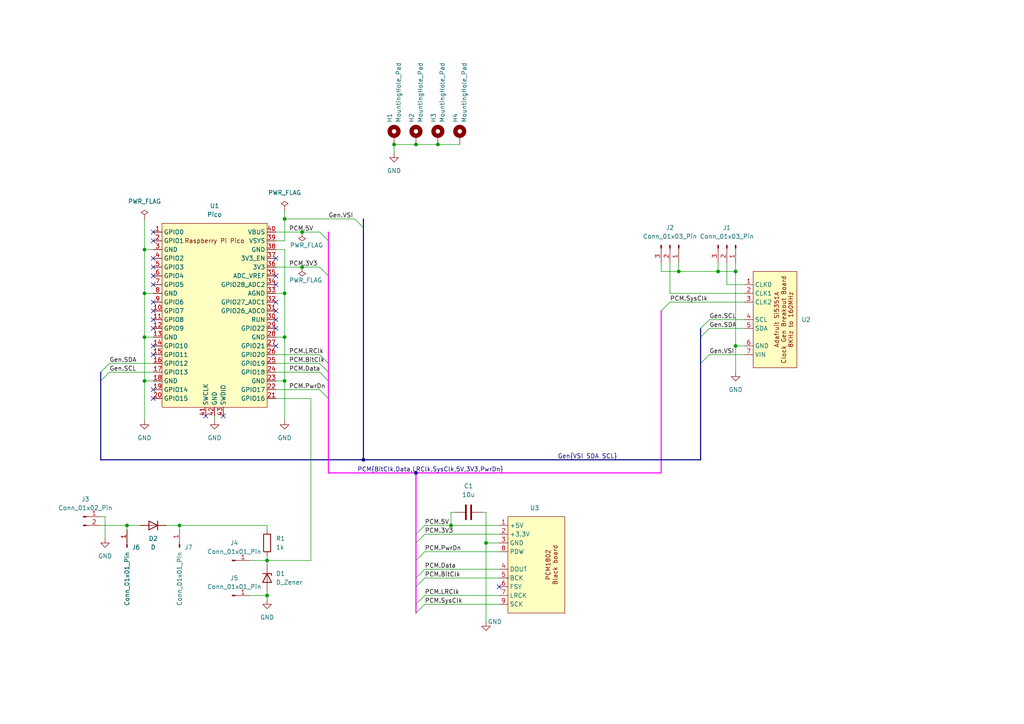
<source format=kicad_sch>
(kicad_sch (version 20230121) (generator eeschema)
  (paper "A4")
  (title_block (title "${proj-title}") (date "2023-09-10") (rev "${proj-version}") (company "${proj-author}") (comment 1 "${proj-license}"))
  (lib_symbols
    (symbol "Connector:Conn_01x01_Pin" (pin_names (offset 1.016) hide)
      (property "Reference" "J" (at 0 2.54 0))
      (property "Value" "Conn_01x01_Pin" (at 0 -2.54 0))
      (symbol "Conn_01x01_Pin_1_1"
        (polyline (pts (xy 1.27 0) (xy 0.8636 0)) (stroke (width 0.1524)))
        (rectangle (start 0.8636 0.127) (end 0 -0.127) (stroke (width 0.1524)) (fill (type outline)))
        (pin passive line (at 5.08 0 180) (length 3.81) (name "Pin_1") (number "1"))
      )
    )
    (symbol "Connector:Conn_01x02_Pin" (pin_names (offset 1.016) hide)
      (property "Reference" "J" (at 0 2.54 0))
      (property "Value" "Conn_01x02_Pin" (at 0 -5.08 0))
      (symbol "Conn_01x02_Pin_1_1"
        (polyline (pts (xy 1.27 -2.54) (xy 0.8636 -2.54)) (stroke (width 0.1524)))
        (polyline (pts (xy 1.27 0) (xy 0.8636 0)) (stroke (width 0.1524)))
        (rectangle (start 0.8636 -2.413) (end 0 -2.667) (stroke (width 0.1524)) (fill (type outline)))
        (rectangle (start 0.8636 0.127) (end 0 -0.127) (stroke (width 0.1524)) (fill (type outline)))
        (pin passive line (at 5.08 0 180) (length 3.81) (name "Pin_1") (number "1"))
        (pin passive line (at 5.08 -2.54 180) (length 3.81) (name "Pin_2") (number "2"))
      )
    )
    (symbol "Connector:Conn_01x03_Pin" (pin_names (offset 1.016) hide)
      (property "Reference" "J" (at 0 5.08 0))
      (property "Value" "Conn_01x03_Pin" (at 0 -5.08 0))
      (symbol "Conn_01x03_Pin_1_1"
        (polyline (pts (xy 1.27 -2.54) (xy 0.8636 -2.54)) (stroke (width 0.1524)))
        (polyline (pts (xy 1.27 0) (xy 0.8636 0)) (stroke (width 0.1524)))
        (polyline (pts (xy 1.27 2.54) (xy 0.8636 2.54)) (stroke (width 0.1524)))
        (rectangle (start 0.8636 -2.413) (end 0 -2.667) (stroke (width 0.1524)) (fill (type outline)))
        (rectangle (start 0.8636 0.127) (end 0 -0.127) (stroke (width 0.1524)) (fill (type outline)))
        (rectangle (start 0.8636 2.667) (end 0 2.413) (stroke (width 0.1524)) (fill (type outline)))
        (pin passive line (at 5.08 2.54 180) (length 3.81) (name "Pin_1") (number "1"))
        (pin passive line (at 5.08 0 180) (length 3.81) (name "Pin_2") (number "2"))
        (pin passive line (at 5.08 -2.54 180) (length 3.81) (name "Pin_3") (number "3"))
      )
    )
    (symbol "Device:C" (pin_numbers hide) (pin_names (offset 0.254))
      (property "Reference" "C" (at 0.635 2.54 0))
      (property "Value" "C" (at 0.635 -2.54 0))
      (symbol "C_0_1"
        (polyline (pts (xy -2.032 -0.762) (xy 2.032 -0.762)) (stroke (width 0.508)))
        (polyline (pts (xy -2.032 0.762) (xy 2.032 0.762)) (stroke (width 0.508)))
      )
      (symbol "C_1_1"
        (pin passive line (at 0 3.81 270) (length 2.794) (name "~") (number "1"))
        (pin passive line (at 0 -3.81 90) (length 2.794) (name "~") (number "2"))
      )
    )
    (symbol "Device:D" (pin_numbers hide) (pin_names (offset 1.016) hide)
      (property "Reference" "D" (at 0 2.54 0))
      (property "Value" "D" (at 0 -2.54 0))
      (symbol "D_0_1"
        (polyline (pts (xy -1.27 1.27) (xy -1.27 -1.27)) (stroke (width 0.254)))
        (polyline (pts (xy 1.27 0) (xy -1.27 0)))
        (polyline (pts (xy 1.27 1.27) (xy 1.27 -1.27) (xy -1.27 0) (xy 1.27 1.27)) (stroke (width 0.254)))
      )
      (symbol "D_1_1"
        (pin passive line (at -3.81 0 0) (length 2.54) (name "K") (number "1"))
        (pin passive line (at 3.81 0 180) (length 2.54) (name "A") (number "2"))
      )
    )
    (symbol "Device:D_Zener" (pin_numbers hide) (pin_names (offset 1.016) hide)
      (property "Reference" "D" (at 0 2.54 0))
      (property "Value" "D_Zener" (at 0 -2.54 0))
      (symbol "D_Zener_0_1"
        (polyline (pts (xy 1.27 0) (xy -1.27 0)))
        (polyline (pts (xy -1.27 -1.27) (xy -1.27 1.27) (xy -0.762 1.27)) (stroke (width 0.254)))
        (polyline (pts (xy 1.27 -1.27) (xy 1.27 1.27) (xy -1.27 0) (xy 1.27 -1.27)) (stroke (width 0.254)))
      )
      (symbol "D_Zener_1_1"
        (pin passive line (at -3.81 0 0) (length 2.54) (name "K") (number "1"))
        (pin passive line (at 3.81 0 180) (length 2.54) (name "A") (number "2"))
      )
    )
    (symbol "Device:R" (pin_numbers hide) (pin_names (offset 0))
      (property "Reference" "R" (at 2.032 0 90))
      (property "Value" "R" (at 0 0 90))
      (symbol "R_0_1"
        (rectangle (start -1.016 -2.54) (end 1.016 2.54) (stroke (width 0.254)))
      )
      (symbol "R_1_1"
        (pin passive line (at 0 3.81 270) (length 1.27) (name "~") (number "1"))
        (pin passive line (at 0 -3.81 90) (length 1.27) (name "~") (number "2"))
      )
    )
    (symbol "MCU_RaspberryPi_and_Boards:Pico"
      (property "Reference" "U" (at -13.97 27.94 0))
      (property "Value" "Pico" (at 0 19.05 0))
      (symbol "Pico_0_0"
        (text "Raspberry Pi Pico" (at 0 21.59 0) (effects (font (size 1.27 1.27))))
      )
      (symbol "Pico_0_1"
        (rectangle (start -15.24 26.67) (end 15.24 -26.67) (fill (type background)))
      )
      (symbol "Pico_1_1"
        (pin bidirectional line (at -17.78 24.13 0) (length 2.54) (name "GPIO0") (number "1"))
        (pin bidirectional line (at -17.78 1.27 0) (length 2.54) (name "GPIO7") (number "10"))
        (pin bidirectional line (at -17.78 -1.27 0) (length 2.54) (name "GPIO8") (number "11"))
        (pin bidirectional line (at -17.78 -3.81 0) (length 2.54) (name "GPIO9") (number "12"))
        (pin power_in line (at -17.78 -6.35 0) (length 2.54) (name "GND") (number "13"))
        (pin bidirectional line (at -17.78 -8.89 0) (length 2.54) (name "GPIO10") (number "14"))
        (pin bidirectional line (at -17.78 -11.43 0) (length 2.54) (name "GPIO11") (number "15"))
        (pin bidirectional line (at -17.78 -13.97 0) (length 2.54) (name "GPIO12") (number "16"))
        (pin bidirectional line (at -17.78 -16.51 0) (length 2.54) (name "GPIO13") (number "17"))
        (pin power_in line (at -17.78 -19.05 0) (length 2.54) (name "GND") (number "18"))
        (pin bidirectional line (at -17.78 -21.59 0) (length 2.54) (name "GPIO14") (number "19"))
        (pin bidirectional line (at -17.78 21.59 0) (length 2.54) (name "GPIO1") (number "2"))
        (pin bidirectional line (at -17.78 -24.13 0) (length 2.54) (name "GPIO15") (number "20"))
        (pin bidirectional line (at 17.78 -24.13 180) (length 2.54) (name "GPIO16") (number "21"))
        (pin bidirectional line (at 17.78 -21.59 180) (length 2.54) (name "GPIO17") (number "22"))
        (pin power_in line (at 17.78 -19.05 180) (length 2.54) (name "GND") (number "23"))
        (pin bidirectional line (at 17.78 -16.51 180) (length 2.54) (name "GPIO18") (number "24"))
        (pin bidirectional line (at 17.78 -13.97 180) (length 2.54) (name "GPIO19") (number "25"))
        (pin bidirectional line (at 17.78 -11.43 180) (length 2.54) (name "GPIO20") (number "26"))
        (pin bidirectional line (at 17.78 -8.89 180) (length 2.54) (name "GPIO21") (number "27"))
        (pin power_in line (at 17.78 -6.35 180) (length 2.54) (name "GND") (number "28"))
        (pin bidirectional line (at 17.78 -3.81 180) (length 2.54) (name "GPIO22") (number "29"))
        (pin power_in line (at -17.78 19.05 0) (length 2.54) (name "GND") (number "3"))
        (pin input line (at 17.78 -1.27 180) (length 2.54) (name "RUN") (number "30"))
        (pin bidirectional line (at 17.78 1.27 180) (length 2.54) (name "GPIO26_ADC0") (number "31"))
        (pin bidirectional line (at 17.78 3.81 180) (length 2.54) (name "GPIO27_ADC1") (number "32"))
        (pin power_in line (at 17.78 6.35 180) (length 2.54) (name "AGND") (number "33"))
        (pin bidirectional line (at 17.78 8.89 180) (length 2.54) (name "GPIO28_ADC2") (number "34"))
        (pin power_in line (at 17.78 11.43 180) (length 2.54) (name "ADC_VREF") (number "35"))
        (pin power_in line (at 17.78 13.97 180) (length 2.54) (name "3V3") (number "36"))
        (pin input line (at 17.78 16.51 180) (length 2.54) (name "3V3_EN") (number "37"))
        (pin bidirectional line (at 17.78 19.05 180) (length 2.54) (name "GND") (number "38"))
        (pin power_in line (at 17.78 21.59 180) (length 2.54) (name "VSYS") (number "39"))
        (pin bidirectional line (at -17.78 16.51 0) (length 2.54) (name "GPIO2") (number "4"))
        (pin power_in line (at 17.78 24.13 180) (length 2.54) (name "VBUS") (number "40"))
        (pin input line (at -2.54 -29.21 90) (length 2.54) (name "SWCLK") (number "41"))
        (pin power_in line (at 0 -29.21 90) (length 2.54) (name "GND") (number "42"))
        (pin bidirectional line (at 2.54 -29.21 90) (length 2.54) (name "SWDIO") (number "43"))
        (pin bidirectional line (at -17.78 13.97 0) (length 2.54) (name "GPIO3") (number "5"))
        (pin bidirectional line (at -17.78 11.43 0) (length 2.54) (name "GPIO4") (number "6"))
        (pin bidirectional line (at -17.78 8.89 0) (length 2.54) (name "GPIO5") (number "7"))
        (pin power_in line (at -17.78 6.35 0) (length 2.54) (name "GND") (number "8"))
        (pin bidirectional line (at -17.78 3.81 0) (length 2.54) (name "GPIO6") (number "9"))
      )
    )
    (symbol "Mechanical:MountingHole_Pad" (pin_numbers hide) (pin_names (offset 1.016) hide)
      (property "Reference" "H" (at 0 6.35 0))
      (property "Value" "MountingHole_Pad" (at 0 4.445 0))
      (symbol "MountingHole_Pad_0_1"
        (circle (center 0 1.27) (radius 1.27) (stroke (width 1.27)))
      )
      (symbol "MountingHole_Pad_1_1"
        (pin input line (at 0 -2.54 90) (length 2.54) (name "1") (number "1"))
      )
    )
    (symbol "adafruit-si5351:Adafruit_Si5351A"
      (property "Reference" "U" (at 0 17.78 0))
      (symbol "Adafruit_Si5351A_1_1"
        (rectangle (start -6.35 13.97) (end 6.35 -13.97) (fill (type background)))
        (text "Adafruit Si5351A\nClock Gen Breakout Board\n8KHz to 160MHz" (at 2.54 0 900) (effects (font (size 1.27 1.27))))
        (pin output line (at -8.89 10.16 0) (length 2.54) (name "CLK0") (number "1"))
        (pin output line (at -8.89 7.62 0) (length 2.54) (name "CLK1") (number "2"))
        (pin output line (at -8.89 5.08 0) (length 2.54) (name "CLK2") (number "3"))
        (pin input line (at -8.89 0 0) (length 2.54) (name "SCL") (number "4"))
        (pin bidirectional line (at -8.89 -2.54 0) (length 2.54) (name "SDA") (number "5"))
        (pin power_in line (at -8.89 -7.62 0) (length 2.54) (name "GND") (number "6"))
        (pin power_in line (at -8.89 -10.16 0) (length 2.54) (name "VIN") (number "7"))
      )
    )
    (symbol "black-pcm1802:black-pcm1802-board"
      (property "Reference" "U" (at 0 17.78 0))
      (symbol "black-pcm1802-board_1_1"
        (rectangle (start -7.62 13.97) (end 8.89 -13.97) (fill (type background)))
        (text "PCM1802\nBlack board" (at 5.08 0 900) (effects (font (size 1.27 1.27))))
        (pin power_in line (at -10.16 11.43 0) (length 2.54) (name "+5V") (number "1"))
        (pin power_in line (at -10.16 8.89 0) (length 2.54) (name "+3.3V") (number "2"))
        (pin power_in line (at -10.16 6.35 0) (length 2.54) (name "GND") (number "3"))
        (pin output line (at -10.16 -1.27 0) (length 2.54) (name "DOUT") (number "4"))
        (pin bidirectional line (at -10.16 -3.81 0) (length 2.54) (name "BCK") (number "5"))
        (pin bidirectional line (at -10.16 -6.35 0) (length 2.54) (name "FSY") (number "6"))
        (pin bidirectional line (at -10.16 -8.89 0) (length 2.54) (name "LRCK") (number "7"))
        (pin input line (at -10.16 3.81 0) (length 2.54) (name "PDW") (number "8"))
        (pin bidirectional line (at -10.16 -11.43 0) (length 2.54) (name "SCK") (number "9"))
      )
    )
    (symbol "power:GND" (power) (pin_names (offset 0))
      (property "Value" "GND" (at 0 -3.81 0))
      (symbol "GND_0_1"
        (polyline (pts (xy 0 0) (xy 0 -1.27) (xy 1.27 -1.27) (xy 0 -2.54) (xy -1.27 -1.27) (xy 0 -1.27)))
      )
      (symbol "GND_1_1"
        (pin power_in line (at 0 0 270) (length 0) hide (name "GND") (number "1"))
      )
    )
    (symbol "power:PWR_FLAG" (power) (pin_numbers hide) (pin_names (offset 0) hide)
      (property "Value" "PWR_FLAG" (at 0 3.81 0))
      (symbol "PWR_FLAG_0_0"
        (pin power_out line (at 0 0 90) (length 0) (name "pwr") (number "1"))
      )
      (symbol "PWR_FLAG_0_1"
        (polyline (pts (xy 0 0) (xy 0 1.27) (xy -1.016 1.905) (xy 0 2.54) (xy 1.016 1.905) (xy 0 1.27)))
      )
    )
  )
  (junction (at 82.55 110.49))
  (junction (at 120.65 137.16))
  (junction (at 77.47 162.56))
  (junction (at 82.55 63.5))
  (junction (at 213.36 78.74))
  (junction (at 82.55 97.79))
  (junction (at 41.91 72.39))
  (junction (at 114.3 41.91))
  (junction (at 41.91 97.79))
  (junction (at 36.83 152.4))
  (junction (at 41.91 85.09))
  (junction (at 87.63 67.31))
  (junction (at 120.65 41.91))
  (junction (at 105.41 133.35))
  (junction (at 127 41.91))
  (junction (at 196.85 78.74))
  (junction (at 130.81 152.4))
  (junction (at 213.36 100.33))
  (junction (at 208.28 78.74))
  (junction (at 77.47 172.72))
  (junction (at 82.55 85.09))
  (junction (at 41.91 110.49))
  (junction (at 140.97 157.48))
  (junction (at 87.63 77.47))
  (junction (at 52.07 152.4))
  (no_connect (at 80.01 87.63))
  (no_connect (at 80.01 95.25))
  (no_connect (at 44.45 90.17))
  (no_connect (at 80.01 100.33))
  (no_connect (at 64.77 120.65))
  (no_connect (at 44.45 95.25))
  (no_connect (at 80.01 92.71))
  (no_connect (at 44.45 82.55))
  (no_connect (at 80.01 80.01))
  (no_connect (at 44.45 100.33))
  (no_connect (at 80.01 74.93))
  (no_connect (at 59.69 120.65))
  (no_connect (at 144.78 170.18))
  (no_connect (at 44.45 92.71))
  (no_connect (at 80.01 82.55))
  (no_connect (at 44.45 115.57))
  (no_connect (at 44.45 102.87))
  (no_connect (at 44.45 74.93))
  (no_connect (at 44.45 69.85))
  (no_connect (at 44.45 67.31))
  (no_connect (at 44.45 77.47))
  (no_connect (at 44.45 113.03))
  (no_connect (at 44.45 80.01))
  (no_connect (at 80.01 90.17))
  (no_connect (at 44.45 87.63))
  (bus_entry (at 95.25 115.57) (size -2.54 -2.54))
  (bus_entry (at 120.65 167.64) (size 2.54 -2.54))
  (bus_entry (at 95.25 105.41) (size -2.54 -2.54))
  (bus_entry (at 120.65 170.18) (size 2.54 -2.54))
  (bus_entry (at 191.77 90.17) (size 2.54 -2.54))
  (bus_entry (at 120.65 154.94) (size 2.54 -2.54))
  (bus_entry (at 29.21 107.95) (size 2.54 -2.54))
  (bus_entry (at 95.25 80.01) (size -2.54 -2.54))
  (bus_entry (at 120.65 157.48) (size 2.54 -2.54))
  (bus_entry (at 95.25 110.49) (size -2.54 -2.54))
  (bus_entry (at 105.41 66.04) (size -2.54 -2.54))
  (bus_entry (at 29.21 110.49) (size 2.54 -2.54))
  (bus_entry (at 120.65 175.26) (size 2.54 -2.54))
  (bus_entry (at 120.65 177.8) (size 2.54 -2.54))
  (bus_entry (at 95.25 69.85) (size -2.54 -2.54))
  (bus_entry (at 95.25 107.95) (size -2.54 -2.54))
  (bus_entry (at 203.2 105.41) (size 2.54 -2.54))
  (bus_entry (at 120.65 162.56) (size 2.54 -2.54))
  (bus_entry (at 203.2 97.79) (size 2.54 -2.54))
  (bus_entry (at 203.2 95.25) (size 2.54 -2.54))
  (wire (pts (xy 29.21 152.4) (xy 36.83 152.4)))
  (bus (pts (xy 95.25 80.01) (xy 95.25 105.41)) (stroke (width 0) (color 255 0 255 1)))
  (wire (pts (xy 41.91 97.79) (xy 44.45 97.79)))
  (bus (pts (xy 120.65 167.64) (xy 120.65 170.18)) (stroke (width 0) (color 255 0 255 1)))
  (wire (pts (xy 123.19 152.4) (xy 130.81 152.4)))
  (wire (pts (xy 194.31 87.63) (xy 215.9 87.63)))
  (wire (pts (xy 191.77 76.2) (xy 191.77 78.74)))
  (bus (pts (xy 191.77 90.17) (xy 191.77 137.16)) (stroke (width 0) (color 255 0 255 1)))
  (wire (pts (xy 123.19 167.64) (xy 144.78 167.64)))
  (wire (pts (xy 140.97 157.48) (xy 144.78 157.48)))
  (wire (pts (xy 80.01 115.57) (xy 90.17 115.57)))
  (bus (pts (xy 203.2 105.41) (xy 203.2 133.35)))
  (wire (pts (xy 208.28 76.2) (xy 208.28 78.74)))
  (wire (pts (xy 41.91 110.49) (xy 41.91 97.79)))
  (wire (pts (xy 80.01 77.47) (xy 87.63 77.47)))
  (wire (pts (xy 41.91 72.39) (xy 44.45 72.39)))
  (bus (pts (xy 120.65 162.56) (xy 120.65 167.64)) (stroke (width 0) (color 255 0 255 1)))
  (wire (pts (xy 123.19 175.26) (xy 144.78 175.26)))
  (wire (pts (xy 80.01 105.41) (xy 92.71 105.41)))
  (wire (pts (xy 213.36 100.33) (xy 213.36 107.95)))
  (wire (pts (xy 80.01 107.95) (xy 92.71 107.95)))
  (wire (pts (xy 31.75 107.95) (xy 44.45 107.95)))
  (wire (pts (xy 80.01 113.03) (xy 92.71 113.03)))
  (wire (pts (xy 30.48 149.86) (xy 29.21 149.86)))
  (wire (pts (xy 87.63 67.31) (xy 92.71 67.31)))
  (wire (pts (xy 52.07 152.4) (xy 52.07 153.67)))
  (bus (pts (xy 95.25 115.57) (xy 95.25 137.16)) (stroke (width 0) (color 255 0 255 1)))
  (bus (pts (xy 120.65 175.26) (xy 120.65 177.8)) (stroke (width 0) (color 255 0 255 1)))
  (bus (pts (xy 105.41 133.35) (xy 203.2 133.35)))
  (wire (pts (xy 210.82 82.55) (xy 210.82 76.2)))
  (wire (pts (xy 77.47 162.56) (xy 77.47 163.83)))
  (wire (pts (xy 82.55 110.49) (xy 82.55 121.92)))
  (wire (pts (xy 77.47 161.29) (xy 77.47 162.56)))
  (wire (pts (xy 215.9 82.55) (xy 210.82 82.55)))
  (wire (pts (xy 52.07 152.4) (xy 77.47 152.4)))
  (wire (pts (xy 205.74 95.25) (xy 215.9 95.25)))
  (wire (pts (xy 213.36 100.33) (xy 215.9 100.33)))
  (wire (pts (xy 123.19 154.94) (xy 144.78 154.94)))
  (wire (pts (xy 82.55 63.5) (xy 82.55 60.96)))
  (wire (pts (xy 30.48 149.86) (xy 30.48 156.21)))
  (wire (pts (xy 41.91 63.5) (xy 41.91 72.39)))
  (wire (pts (xy 41.91 97.79) (xy 41.91 85.09)))
  (wire (pts (xy 132.08 148.59) (xy 130.81 148.59)))
  (bus (pts (xy 203.2 95.25) (xy 203.2 97.79)))
  (bus (pts (xy 29.21 107.95) (xy 29.21 110.49)))
  (wire (pts (xy 208.28 78.74) (xy 196.85 78.74)))
  (wire (pts (xy 130.81 148.59) (xy 130.81 152.4)))
  (wire (pts (xy 82.55 97.79) (xy 82.55 85.09)))
  (wire (pts (xy 127 41.91) (xy 133.35 41.91)))
  (wire (pts (xy 80.01 67.31) (xy 87.63 67.31)))
  (wire (pts (xy 72.39 162.56) (xy 77.47 162.56)))
  (wire (pts (xy 120.65 41.91) (xy 127 41.91)))
  (wire (pts (xy 77.47 162.56) (xy 90.17 162.56)))
  (wire (pts (xy 41.91 110.49) (xy 44.45 110.49)))
  (wire (pts (xy 82.55 72.39) (xy 80.01 72.39)))
  (wire (pts (xy 36.83 152.4) (xy 36.83 153.67)))
  (bus (pts (xy 29.21 110.49) (xy 29.21 133.35)))
  (wire (pts (xy 77.47 171.45) (xy 77.47 172.72)))
  (wire (pts (xy 80.01 69.85) (xy 82.55 69.85)))
  (wire (pts (xy 123.19 172.72) (xy 144.78 172.72)))
  (wire (pts (xy 82.55 110.49) (xy 82.55 97.79)))
  (bus (pts (xy 105.41 63.5) (xy 105.41 66.04)))
  (wire (pts (xy 205.74 92.71) (xy 215.9 92.71)))
  (wire (pts (xy 123.19 160.02) (xy 144.78 160.02)))
  (wire (pts (xy 140.97 148.59) (xy 140.97 157.48)))
  (wire (pts (xy 139.7 148.59) (xy 140.97 148.59)))
  (wire (pts (xy 130.81 152.4) (xy 144.78 152.4)))
  (wire (pts (xy 87.63 77.47) (xy 92.71 77.47)))
  (wire (pts (xy 80.01 97.79) (xy 82.55 97.79)))
  (wire (pts (xy 140.97 157.48) (xy 140.97 180.34)))
  (bus (pts (xy 95.25 137.16) (xy 120.65 137.16)) (stroke (width 0) (color 255 0 255 1)))
  (wire (pts (xy 90.17 115.57) (xy 90.17 162.56)))
  (wire (pts (xy 41.91 85.09) (xy 41.91 72.39)))
  (bus (pts (xy 120.65 137.16) (xy 120.65 154.94)) (stroke (width 0) (color 255 0 255 1)))
  (wire (pts (xy 77.47 172.72) (xy 77.47 173.99)))
  (wire (pts (xy 82.55 69.85) (xy 82.55 63.5)))
  (bus (pts (xy 120.65 137.16) (xy 191.77 137.16)) (stroke (width 0) (color 255 0 255 1)))
  (bus (pts (xy 120.65 170.18) (xy 120.65 175.26)) (stroke (width 0) (color 255 0 255 1)))
  (bus (pts (xy 95.25 107.95) (xy 95.25 110.49)) (stroke (width 0) (color 255 0 255 1)))
  (wire (pts (xy 213.36 78.74) (xy 208.28 78.74)))
  (wire (pts (xy 80.01 110.49) (xy 82.55 110.49)))
  (bus (pts (xy 95.25 69.85) (xy 95.25 80.01)) (stroke (width 0) (color 255 0 255 1)))
  (wire (pts (xy 123.19 165.1) (xy 144.78 165.1)))
  (wire (pts (xy 114.3 41.91) (xy 120.65 41.91)))
  (bus (pts (xy 203.2 97.79) (xy 203.2 105.41)))
  (bus (pts (xy 120.65 154.94) (xy 120.65 157.48)) (stroke (width 0) (color 255 0 255 1)))
  (wire (pts (xy 215.9 85.09) (xy 194.31 85.09)))
  (bus (pts (xy 95.25 67.31) (xy 95.25 69.85)) (stroke (width 0) (color 255 0 255 1)))
  (bus (pts (xy 95.25 110.49) (xy 95.25 115.57)) (stroke (width 0) (color 255 0 255 1)))
  (wire (pts (xy 77.47 152.4) (xy 77.47 153.67)))
  (bus (pts (xy 95.25 105.41) (xy 95.25 107.95)) (stroke (width 0) (color 255 0 255 1)))
  (wire (pts (xy 62.23 120.65) (xy 62.23 121.92)))
  (wire (pts (xy 205.74 102.87) (xy 215.9 102.87)))
  (wire (pts (xy 41.91 110.49) (xy 41.91 121.92)))
  (wire (pts (xy 80.01 85.09) (xy 82.55 85.09)))
  (wire (pts (xy 72.39 172.72) (xy 77.47 172.72)))
  (bus (pts (xy 29.21 133.35) (xy 105.41 133.35)))
  (bus (pts (xy 105.41 66.04) (xy 105.41 133.35)))
  (wire (pts (xy 213.36 76.2) (xy 213.36 78.74)))
  (bus (pts (xy 120.65 157.48) (xy 120.65 162.56)) (stroke (width 0) (color 255 0 255 1)))
  (wire (pts (xy 196.85 76.2) (xy 196.85 78.74)))
  (wire (pts (xy 41.91 85.09) (xy 44.45 85.09)))
  (wire (pts (xy 82.55 63.5) (xy 102.87 63.5)))
  (wire (pts (xy 213.36 78.74) (xy 213.36 100.33)))
  (wire (pts (xy 114.3 41.91) (xy 114.3 44.45)))
  (wire (pts (xy 80.01 102.87) (xy 92.71 102.87)))
  (wire (pts (xy 36.83 152.4) (xy 40.64 152.4)))
  (wire (pts (xy 52.07 152.4) (xy 48.26 152.4)))
  (wire (pts (xy 196.85 78.74) (xy 191.77 78.74)))
  (wire (pts (xy 82.55 85.09) (xy 82.55 72.39)))
  (wire (pts (xy 194.31 85.09) (xy 194.31 76.2)))
  (wire (pts (xy 31.75 105.41) (xy 44.45 105.41)))
  (label "Gen.SCL" (at 205.74 92.71 0))
  (label "PCM.3V3" (at 83.82 77.47 0))
  (label "Gen.SDA" (at 205.74 95.25 0))
  (label "Gen.VSI" (at 95.25 63.5 0))
  (label "Gen{VSI SDA SCL}" (at 179.07 133.35 180))
  (label "Gen.VSI" (at 205.74 102.87 0))
  (label "PCM.PwrDn" (at 123.19 160.02 0))
  (label "PCM.SysClk" (at 123.19 175.26 0))
  (label "PCM.Data" (at 83.82 107.95 0))
  (label "PCM.PwrDn" (at 83.82 113.03 0))
  (label "Gen.SCL" (at 31.75 107.95 0))
  (label "PCM.3V3" (at 123.19 154.94 0))
  (label "PCM.Data" (at 123.19 165.1 0))
  (label "PCM.SysClk" (at 194.31 87.63 0))
  (label "PCM.BitClk" (at 83.82 105.41 0))
  (label "PCM{BitClk,Data,LRClk,SysClk,5V,3V3,PwrDn}" (at 146.05 137.16 180))
  (label "PCM.5V" (at 123.19 152.4 0))
  (label "PCM.5V" (at 83.82 67.31 0))
  (label "Gen.SDA" (at 31.75 105.41 0))
  (label "PCM.LRClk" (at 123.19 172.72 0))
  (label "PCM.LRClk" (at 83.82 102.87 0))
  (label "PCM.BitClk" (at 123.19 167.64 0))
  (symbol (lib_id "power:GND") (at 140.97 180.34 0) (unit 1)
    (property "Reference" "#PWR06" (effects hide))
    (property "Value" "GND" (at 143.51 180.34 0))
  )
  (symbol (lib_id "power:GND") (at 114.3 44.45 0) (unit 1)
    (property "Reference" "#PWR05" (effects hide))
    (property "Value" "GND" (at 114.3 49.53 0))
  )
  (symbol (lib_id "black-pcm1802:black-pcm1802-board") (at 154.94 163.83 0) (unit 1)
    (property "Reference" "U3" (at 153.67 147.32 0) (effects (justify left)))
    (property "Value" "~" (at 147.32 167.64 0))
    (property "Footprint" "black-pcm1802:black-pcm1802-board" (effects hide))
  )
  (symbol (lib_id "power:GND") (at 30.48 156.21 0) (unit 1)
    (property "Reference" "#PWR08" (effects hide))
    (property "Value" "GND" (at 30.48 161.29 0))
  )
  (symbol (lib_id "Connector:Conn_01x01_Pin") (at 67.31 162.56 0) (unit 1)
    (property "Reference" "J4" (at 67.945 157.48 0))
    (property "Value" "Conn_01x01_Pin" (at 67.945 160.02 0))
    (property "Footprint" "Connector_PinHeader_2.54mm:PinHeader_1x01_P2.54mm_Vertical" (effects hide))
  )
  (symbol (lib_id "Connector:Conn_01x03_Pin") (at 194.31 71.12 270) (unit 1)
    (property "Reference" "J2" (at 194.31 66.04 90))
    (property "Value" "Conn_01x03_Pin" (at 194.31 68.58 90))
    (property "Footprint" "Connector_PinHeader_2.54mm:PinHeader_1x03_P2.54mm_Vertical" (effects hide))
  )
  (symbol (lib_id "power:PWR_FLAG") (at 87.63 77.47 180) (unit 1)
    (property "Reference" "#FLG02" (effects hide))
    (property "Value" "PWR_FLAG" (at 83.82 81.28 0) (effects (justify right)))
  )
  (symbol (lib_id "Device:R") (at 77.47 157.48 0) (unit 1)
    (property "Reference" "R1" (at 80.01 156.21 0) (effects (justify left)))
    (property "Value" "1k" (at 80.01 158.75 0) (effects (justify left)))
    (property "Footprint" "Resistor_SMD:R_0805_2012Metric_Pad1.20x1.40mm_HandSolder" (effects hide))
  )
  (symbol (lib_id "power:GND") (at 41.91 121.92 0) (unit 1)
    (property "Reference" "#PWR01" (effects hide))
    (property "Value" "GND" (at 41.91 127 0))
  )
  (symbol (lib_id "power:PWR_FLAG") (at 87.63 67.31 180) (unit 1)
    (property "Reference" "#FLG05" (effects hide))
    (property "Value" "PWR_FLAG" (at 88.9 71.12 0))
  )
  (symbol (lib_id "power:PWR_FLAG") (at 82.55 60.96 0) (unit 1)
    (property "Reference" "#FLG01" (effects hide))
    (property "Value" "PWR_FLAG" (at 82.55 55.88 0))
  )
  (symbol (lib_id "power:GND") (at 77.47 173.99 0) (unit 1)
    (property "Reference" "#PWR07" (effects hide))
    (property "Value" "GND" (at 77.47 179.07 0))
  )
  (symbol (lib_id "power:GND") (at 62.23 121.92 0) (unit 1)
    (property "Reference" "#PWR04" (effects hide))
    (property "Value" "GND" (at 62.23 127 0))
  )
  (symbol (lib_id "adafruit-si5351:Adafruit_Si5351A") (at 224.79 92.71 0) (unit 1)
    (property "Reference" "U2" (at 232.41 92.71 0) (effects (justify left)))
    (property "Value" "~" (at 224.79 90.17 0))
    (property "Footprint" "adafruit-si5351:Adafruit_Si5351A_Breakout_Board" (effects hide))
    (property "Datasheet" "https://www.adafruit.com/product/2045" (effects hide))
  )
  (symbol (lib_id "Connector:Conn_01x02_Pin") (at 24.13 149.86 0) (unit 1)
    (property "Reference" "J3" (at 24.765 144.78 0))
    (property "Value" "Conn_01x02_Pin" (at 24.765 147.32 0))
    (property "Footprint" "Connector_PinHeader_2.54mm:PinHeader_1x02_P2.54mm_Vertical" (effects hide))
  )
  (symbol (lib_id "Connector:Conn_01x01_Pin") (at 52.07 158.75 270) (mirror x) (unit 1)
    (property "Reference" "J7" (at 55.88 158.75 90) (effects (justify right)))
    (property "Value" "Conn_01x01_Pin" (at 52.07 160.02 0) (effects (justify right)))
    (property "Footprint" "Connector_PinHeader_2.54mm:PinHeader_1x01_P2.54mm_Vertical" (effects hide))
  )
  (symbol (lib_id "Mechanical:MountingHole_Pad") (at 120.65 39.37 0) (unit 1)
    (property "Reference" "H2" (at 119.38 35.56 90) (effects (justify left)))
    (property "Value" "MountingHole_Pad" (at 121.92 35.56 90) (effects (justify left)))
    (property "Footprint" "MountingHole:MountingHole_3.2mm_M3_ISO14580_Pad" (effects hide))
  )
  (symbol (lib_id "Connector:Conn_01x01_Pin") (at 36.83 158.75 270) (mirror x) (unit 1)
    (property "Reference" "J6" (at 40.64 158.75 90) (effects (justify right)))
    (property "Value" "Conn_01x01_Pin" (at 36.83 160.02 0) (effects (justify right)))
    (property "Footprint" "Connector_PinHeader_2.54mm:PinHeader_1x01_P2.54mm_Vertical" (effects hide))
  )
  (symbol (lib_id "power:PWR_FLAG") (at 41.91 63.5 0) (unit 1)
    (property "Reference" "#FLG03" (effects hide))
    (property "Value" "PWR_FLAG" (at 41.91 58.42 0))
  )
  (symbol (lib_id "power:GND") (at 82.55 121.92 0) (unit 1)
    (property "Reference" "#PWR02" (effects hide))
    (property "Value" "GND" (at 82.55 127 0))
  )
  (symbol (lib_id "Mechanical:MountingHole_Pad") (at 133.35 39.37 0) (unit 1)
    (property "Reference" "H4" (at 132.08 35.56 90) (effects (justify left)))
    (property "Value" "MountingHole_Pad" (at 134.62 35.56 90) (effects (justify left)))
    (property "Footprint" "MountingHole:MountingHole_3.2mm_M3_ISO14580_Pad" (effects hide))
  )
  (symbol (lib_id "Mechanical:MountingHole_Pad") (at 127 39.37 0) (unit 1)
    (property "Reference" "H3" (at 125.73 35.56 90) (effects (justify left)))
    (property "Value" "MountingHole_Pad" (at 128.27 35.56 90) (effects (justify left)))
    (property "Footprint" "MountingHole:MountingHole_3.2mm_M3_ISO14580_Pad" (effects hide))
  )
  (symbol (lib_id "Device:D") (at 44.45 152.4 180) (unit 1)
    (property "Reference" "D2" (at 44.45 156.21 0))
    (property "Value" "D" (at 44.45 158.75 0))
    (property "Footprint" "Diode_SMD:D_SOD-123" (effects hide))
    (property "Sim.Device" "D" (effects hide))
    (property "Sim.Pins" "1=K 2=A" (effects hide))
  )
  (symbol (lib_id "Connector:Conn_01x01_Pin") (at 67.31 172.72 0) (unit 1)
    (property "Reference" "J5" (at 67.945 167.64 0))
    (property "Value" "Conn_01x01_Pin" (at 67.945 170.18 0))
    (property "Footprint" "Connector_PinHeader_2.54mm:PinHeader_1x01_P2.54mm_Vertical" (effects hide))
  )
  (symbol (lib_id "MCU_RaspberryPi_and_Boards:Pico") (at 62.23 91.44 0) (unit 1)
    (property "Reference" "U1" (at 62.23 59.69 0))
    (property "Value" "Pico" (at 62.23 62.23 0))
    (property "Footprint" "MCU_RaspberryPi_and_Boards:RPi_Pico_SMD_TH" (effects hide))
  )
  (symbol (lib_id "Device:C") (at 135.89 148.59 90) (unit 1)
    (property "Reference" "C1" (at 135.89 140.97 90))
    (property "Value" "10u" (at 135.89 143.51 90))
    (property "Footprint" "Capacitor_SMD:C_0805_2012Metric_Pad1.18x1.45mm_HandSolder" (effects hide))
  )
  (symbol (lib_id "Mechanical:MountingHole_Pad") (at 114.3 39.37 0) (unit 1)
    (property "Reference" "H1" (at 113.03 35.56 90) (effects (justify left)))
    (property "Value" "MountingHole_Pad" (at 115.57 35.56 90) (effects (justify left)))
    (property "Footprint" "MountingHole:MountingHole_3.2mm_M3_ISO14580_Pad" (effects hide))
  )
  (symbol (lib_id "Connector:Conn_01x03_Pin") (at 210.82 71.12 270) (unit 1)
    (property "Reference" "J1" (at 210.82 66.04 90))
    (property "Value" "Conn_01x03_Pin" (at 210.82 68.58 90))
    (property "Footprint" "Connector_PinHeader_2.54mm:PinHeader_1x03_P2.54mm_Vertical" (effects hide))
  )
  (symbol (lib_id "Device:D_Zener") (at 77.47 167.64 270) (unit 1)
    (property "Reference" "D1" (at 80.01 166.37 90) (effects (justify left)))
    (property "Value" "D_Zener" (at 80.01 168.91 90) (effects (justify left)))
    (property "Footprint" "Diode_SMD:D_SOD-123" (effects hide))
  )
  (symbol (lib_id "power:GND") (at 213.36 107.95 0) (unit 1)
    (property "Reference" "#PWR03" (effects hide))
    (property "Value" "GND" (at 213.36 113.03 0))
  )
)
</source>
